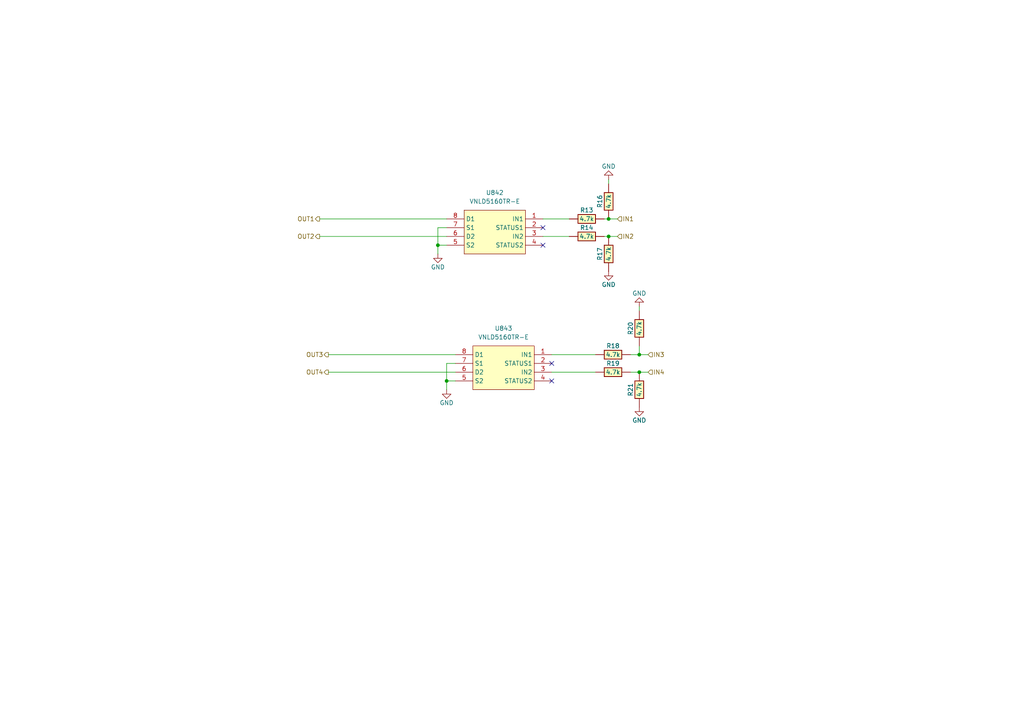
<source format=kicad_sch>
(kicad_sch (version 20231120) (generator "eeschema") (generator_version "8.0")
  (paper "A4")
  (lib_symbols
    (symbol "chips:VNLD5160"
      (property "Reference" "U" (at 6.35 3.81 0))
      (property "Value" "VNLD5160TR-E" (at 12.7 -11.43 0))
      (symbol "VNLD5160_1_1"
        (rectangle (start 5.08 2.54) (end 22.86 -10.16) (fill (type background)))
        (pin input line (at 0 0 0) (length 5.08) (name "IN1") (number "1"))
        (pin open_collector line (at 0 -2.54 0) (length 5.08) (name "STATUS1") (number "2"))
        (pin input line (at 0 -5.08 0) (length 5.08) (name "IN2") (number "3"))
        (pin open_collector line (at 0 -7.62 0) (length 5.08) (name "STATUS2") (number "4"))
        (pin power_in line (at 27.94 -7.62 180) (length 5.08) (name "S2") (number "5"))
        (pin power_out line (at 27.94 -5.08 180) (length 5.08) (name "D2") (number "6"))
        (pin power_in line (at 27.94 -2.54 180) (length 5.08) (name "S1") (number "7"))
        (pin power_out line (at 27.94 0 180) (length 5.08) (name "D1") (number "8"))
      )
    )
    (symbol "hellen-one-common:Res" (pin_numbers hide)
      (property "Reference" "R" (at 3.81 2.54 0))
      (property "Value" "Res" (at 5.08 -2.54 0))
      (symbol "Res_1_0"
        (rectangle (start 2.54 -1.27) (end 7.62 1.27) (stroke (width 0.254)) (fill (type background)))
        (pin passive line (at 0 0 0) (length 2.54) (name "") (number "1"))
        (pin passive line (at 10.16 0 180) (length 2.54) (name "") (number "2"))
      )
    )
    (symbol "power:GND" (power) (pin_numbers hide) (pin_names (offset 0) hide)
      (property "Value" "GND" (at 0 -3.81 0))
      (symbol "GND_0_1"
        (polyline (pts (xy 0 0) (xy 0 -1.27) (xy 1.27 -1.27) (xy 0 -2.54) (xy -1.27 -1.27) (xy 0 -1.27)))
      )
      (symbol "GND_1_1"
        (pin power_in line (at 0 0 270) (length 0) (name "~") (number "1"))
      )
    )
  )
  (junction (at 185.42 107.95))
  (junction (at 129.54 110.49))
  (junction (at 176.53 63.5))
  (junction (at 127 71.12))
  (junction (at 185.42 102.87))
  (junction (at 176.53 68.58))
  (no_connect (at 157.48 71.12))
  (no_connect (at 160.02 110.49))
  (no_connect (at 160.02 105.41))
  (no_connect (at 157.48 66.04))
  (wire (pts (xy 129.54 105.41) (xy 132.08 105.41)))
  (wire (pts (xy 176.53 63.5) (xy 179.07 63.5)))
  (wire (pts (xy 176.53 53.34) (xy 176.53 52.07)))
  (wire (pts (xy 157.48 63.5) (xy 165.1 63.5)))
  (wire (pts (xy 185.42 107.95) (xy 187.96 107.95)))
  (wire (pts (xy 92.71 63.5) (xy 129.54 63.5)))
  (wire (pts (xy 160.02 107.95) (xy 172.72 107.95)))
  (wire (pts (xy 182.88 102.87) (xy 185.42 102.87)))
  (wire (pts (xy 127 66.04) (xy 129.54 66.04)))
  (wire (pts (xy 129.54 113.03) (xy 129.54 110.49)))
  (wire (pts (xy 160.02 102.87) (xy 172.72 102.87)))
  (wire (pts (xy 185.42 100.33) (xy 185.42 102.87)))
  (wire (pts (xy 129.54 110.49) (xy 132.08 110.49)))
  (wire (pts (xy 157.48 68.58) (xy 165.1 68.58)))
  (wire (pts (xy 127 71.12) (xy 129.54 71.12)))
  (wire (pts (xy 182.88 107.95) (xy 185.42 107.95)))
  (wire (pts (xy 185.42 90.17) (xy 185.42 88.9)))
  (wire (pts (xy 185.42 102.87) (xy 187.96 102.87)))
  (wire (pts (xy 175.26 68.58) (xy 176.53 68.58)))
  (wire (pts (xy 92.71 68.58) (xy 129.54 68.58)))
  (wire (pts (xy 95.25 102.87) (xy 132.08 102.87)))
  (wire (pts (xy 129.54 110.49) (xy 129.54 105.41)))
  (wire (pts (xy 175.26 63.5) (xy 176.53 63.5)))
  (wire (pts (xy 95.25 107.95) (xy 132.08 107.95)))
  (wire (pts (xy 179.07 68.58) (xy 176.53 68.58)))
  (wire (pts (xy 127 71.12) (xy 127 66.04)))
  (wire (pts (xy 127 73.66) (xy 127 71.12)))
  (hierarchical_label "OUT4" (shape output) (at 95.25 107.95 180))
  (hierarchical_label "OUT3" (shape output) (at 95.25 102.87 180))
  (hierarchical_label "IN3" (shape input) (at 187.96 102.87 0))
  (hierarchical_label "OUT2" (shape output) (at 92.71 68.58 180))
  (hierarchical_label "IN1" (shape input) (at 179.07 63.5 0))
  (hierarchical_label "IN4" (shape input) (at 187.96 107.95 0))
  (hierarchical_label "IN2" (shape input) (at 179.07 68.58 0))
  (hierarchical_label "OUT1" (shape output) (at 92.71 63.5 180))
  (symbol (lib_id "hellen-one-common:Res") (at 185.42 100.33 90) (unit 1)
    (property "Reference" "R20" (at 182.88 95.25 0))
    (property "Value" "4.7k" (at 185.42 95.25 0))
    (property "Footprint" "hellen-one-common:R0603" (effects (hide yes)))
    (property "LCSC" "C23162" (effects (hide yes)))
  )
  (symbol (lib_id "hellen-one-common:Res") (at 185.42 107.95 90) (mirror x) (unit 1)
    (property "Reference" "R21" (at 182.88 113.03 0))
    (property "Value" "4.7k" (at 185.42 113.03 0))
    (property "Footprint" "hellen-one-common:R0603" (effects (hide yes)))
    (property "LCSC" "C23162" (effects (hide yes)))
  )
  (symbol (lib_id "power:GND") (at 185.42 88.9 0) (mirror x) (unit 1)
    (property "Reference" "#PWR06" (effects (hide yes)))
    (property "Value" "GND" (at 185.42 85.09 0))
    (property "Description" "Power symbol creates a global label with name \"GND\" , ground" (effects (hide yes)))
  )
  (symbol (lib_id "hellen-one-common:Res") (at 176.53 68.58 90) (mirror x) (unit 1)
    (property "Reference" "R17" (at 173.99 73.66 0))
    (property "Value" "4.7k" (at 176.53 73.66 0))
    (property "Footprint" "hellen-one-common:R0603" (effects (hide yes)))
    (property "LCSC" "C23162" (effects (hide yes)))
  )
  (symbol (lib_id "hellen-one-common:Res") (at 182.88 107.95 0) (mirror y) (unit 1)
    (property "Reference" "R19" (at 177.8 105.41 0))
    (property "Value" "4.7k" (at 177.8 107.95 0))
    (property "Footprint" "hellen-one-common:R0603" (effects (hide yes)))
    (property "LCSC" "C23162" (effects (hide yes)))
  )
  (symbol (lib_id "hellen-one-common:Res") (at 175.26 63.5 0) (mirror y) (unit 1)
    (property "Reference" "R13" (at 170.18 60.96 0))
    (property "Value" "4.7k" (at 170.18 63.5 0))
    (property "Footprint" "hellen-one-common:R0603" (effects (hide yes)))
    (property "LCSC" "C23162" (effects (hide yes)))
  )
  (symbol (lib_id "chips:VNLD5160") (at 160.02 102.87 0) (mirror y) (unit 1)
    (property "Reference" "U843" (at 146.05 95.25 0))
    (property "Value" "VNLD5160TR-E" (at 146.05 97.79 0))
    (property "Footprint" "Package_SO:SOIC-8_3.9x4.9mm_P1.27mm" (effects (hide yes)))
    (property "LCSC" "C377942" (effects (hide yes)))
  )
  (symbol (lib_id "power:GND") (at 176.53 52.07 0) (mirror x) (unit 1)
    (property "Reference" "#PWR04" (effects (hide yes)))
    (property "Value" "GND" (at 176.53 48.26 0))
    (property "Description" "Power symbol creates a global label with name \"GND\" , ground" (effects (hide yes)))
  )
  (symbol (lib_id "hellen-one-common:Res") (at 175.26 68.58 0) (mirror y) (unit 1)
    (property "Reference" "R14" (at 170.18 66.04 0))
    (property "Value" "4.7k" (at 170.18 68.58 0))
    (property "Footprint" "hellen-one-common:R0603" (effects (hide yes)))
    (property "LCSC" "C23162" (effects (hide yes)))
  )
  (symbol (lib_id "power:GND") (at 176.53 78.74 0) (unit 1)
    (property "Reference" "#PWR05" (effects (hide yes)))
    (property "Value" "GND" (at 176.53 82.55 0))
    (property "Description" "Power symbol creates a global label with name \"GND\" , ground" (effects (hide yes)))
  )
  (symbol (lib_id "power:GND") (at 127 73.66 0) (mirror y) (unit 1)
    (property "Reference" "#PWR02" (effects (hide yes)))
    (property "Value" "GND" (at 127 77.47 0))
    (property "Description" "Power symbol creates a global label with name \"GND\" , ground" (effects (hide yes)))
  )
  (symbol (lib_id "hellen-one-common:Res") (at 182.88 102.87 0) (mirror y) (unit 1)
    (property "Reference" "R18" (at 177.8 100.33 0))
    (property "Value" "4.7k" (at 177.8 102.87 0))
    (property "Footprint" "hellen-one-common:R0603" (effects (hide yes)))
    (property "LCSC" "C23162" (effects (hide yes)))
  )
  (symbol (lib_id "hellen-one-common:Res") (at 176.53 63.5 90) (unit 1)
    (property "Reference" "R16" (at 173.99 58.42 0))
    (property "Value" "4.7k" (at 176.53 58.42 0))
    (property "Footprint" "hellen-one-common:R0603" (effects (hide yes)))
    (property "LCSC" "C23162" (effects (hide yes)))
  )
  (symbol (lib_id "power:GND") (at 185.42 118.11 0) (unit 1)
    (property "Reference" "#PWR07" (effects (hide yes)))
    (property "Value" "GND" (at 185.42 121.92 0))
    (property "Description" "Power symbol creates a global label with name \"GND\" , ground" (effects (hide yes)))
  )
  (symbol (lib_id "chips:VNLD5160") (at 157.48 63.5 0) (mirror y) (unit 1)
    (property "Reference" "U842" (at 143.51 55.88 0))
    (property "Value" "VNLD5160TR-E" (at 143.51 58.42 0))
    (property "Footprint" "Package_SO:SOIC-8_3.9x4.9mm_P1.27mm" (effects (hide yes)))
    (property "LCSC" "C377942" (effects (hide yes)))
  )
  (symbol (lib_id "power:GND") (at 129.54 113.03 0) (mirror y) (unit 1)
    (property "Reference" "#PWR03" (effects (hide yes)))
    (property "Value" "GND" (at 129.54 116.84 0))
    (property "Description" "Power symbol creates a global label with name \"GND\" , ground" (effects (hide yes)))
  )
)
</source>
